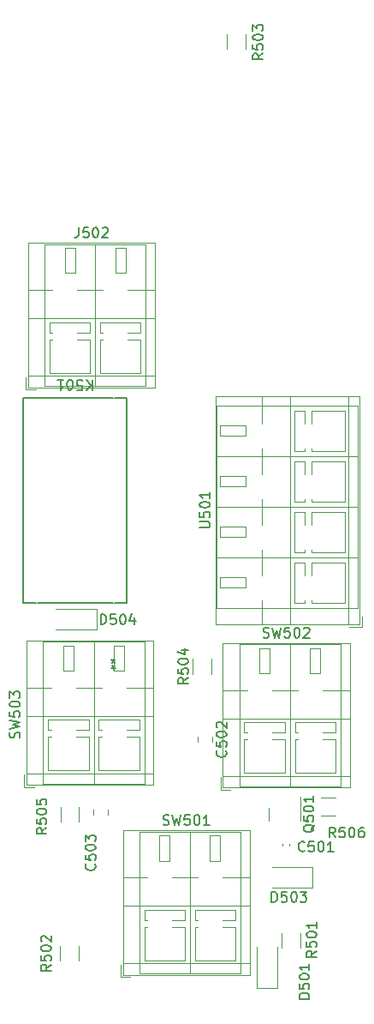
<source format=gbr>
%TF.GenerationSoftware,KiCad,Pcbnew,7.0.8*%
%TF.CreationDate,2023-11-15T13:51:47+01:00*%
%TF.ProjectId,module-rev1,6d6f6475-6c65-42d7-9265-76312e6b6963,rev?*%
%TF.SameCoordinates,Original*%
%TF.FileFunction,Legend,Top*%
%TF.FilePolarity,Positive*%
%FSLAX46Y46*%
G04 Gerber Fmt 4.6, Leading zero omitted, Abs format (unit mm)*
G04 Created by KiCad (PCBNEW 7.0.8) date 2023-11-15 13:51:47*
%MOMM*%
%LPD*%
G01*
G04 APERTURE LIST*
%ADD10C,0.150000*%
%ADD11C,0.120000*%
%ADD12C,0.152400*%
G04 APERTURE END LIST*
D10*
X104834967Y-532957842D02*
X104834967Y-533672127D01*
X104834967Y-533672127D02*
X104787348Y-533814984D01*
X104787348Y-533814984D02*
X104692110Y-533910223D01*
X104692110Y-533910223D02*
X104549253Y-533957842D01*
X104549253Y-533957842D02*
X104454015Y-533957842D01*
X105787348Y-532957842D02*
X105311158Y-532957842D01*
X105311158Y-532957842D02*
X105263539Y-533434032D01*
X105263539Y-533434032D02*
X105311158Y-533386413D01*
X105311158Y-533386413D02*
X105406396Y-533338794D01*
X105406396Y-533338794D02*
X105644491Y-533338794D01*
X105644491Y-533338794D02*
X105739729Y-533386413D01*
X105739729Y-533386413D02*
X105787348Y-533434032D01*
X105787348Y-533434032D02*
X105834967Y-533529270D01*
X105834967Y-533529270D02*
X105834967Y-533767365D01*
X105834967Y-533767365D02*
X105787348Y-533862603D01*
X105787348Y-533862603D02*
X105739729Y-533910223D01*
X105739729Y-533910223D02*
X105644491Y-533957842D01*
X105644491Y-533957842D02*
X105406396Y-533957842D01*
X105406396Y-533957842D02*
X105311158Y-533910223D01*
X105311158Y-533910223D02*
X105263539Y-533862603D01*
X106454015Y-532957842D02*
X106549253Y-532957842D01*
X106549253Y-532957842D02*
X106644491Y-533005461D01*
X106644491Y-533005461D02*
X106692110Y-533053080D01*
X106692110Y-533053080D02*
X106739729Y-533148318D01*
X106739729Y-533148318D02*
X106787348Y-533338794D01*
X106787348Y-533338794D02*
X106787348Y-533576889D01*
X106787348Y-533576889D02*
X106739729Y-533767365D01*
X106739729Y-533767365D02*
X106692110Y-533862603D01*
X106692110Y-533862603D02*
X106644491Y-533910223D01*
X106644491Y-533910223D02*
X106549253Y-533957842D01*
X106549253Y-533957842D02*
X106454015Y-533957842D01*
X106454015Y-533957842D02*
X106358777Y-533910223D01*
X106358777Y-533910223D02*
X106311158Y-533862603D01*
X106311158Y-533862603D02*
X106263539Y-533767365D01*
X106263539Y-533767365D02*
X106215920Y-533576889D01*
X106215920Y-533576889D02*
X106215920Y-533338794D01*
X106215920Y-533338794D02*
X106263539Y-533148318D01*
X106263539Y-533148318D02*
X106311158Y-533053080D01*
X106311158Y-533053080D02*
X106358777Y-533005461D01*
X106358777Y-533005461D02*
X106454015Y-532957842D01*
X107168301Y-533053080D02*
X107215920Y-533005461D01*
X107215920Y-533005461D02*
X107311158Y-532957842D01*
X107311158Y-532957842D02*
X107549253Y-532957842D01*
X107549253Y-532957842D02*
X107644491Y-533005461D01*
X107644491Y-533005461D02*
X107692110Y-533053080D01*
X107692110Y-533053080D02*
X107739729Y-533148318D01*
X107739729Y-533148318D02*
X107739729Y-533243556D01*
X107739729Y-533243556D02*
X107692110Y-533386413D01*
X107692110Y-533386413D02*
X107120682Y-533957842D01*
X107120682Y-533957842D02*
X107739729Y-533957842D01*
X128355501Y-604393736D02*
X127879310Y-604727069D01*
X128355501Y-604965164D02*
X127355501Y-604965164D01*
X127355501Y-604965164D02*
X127355501Y-604584212D01*
X127355501Y-604584212D02*
X127403120Y-604488974D01*
X127403120Y-604488974D02*
X127450739Y-604441355D01*
X127450739Y-604441355D02*
X127545977Y-604393736D01*
X127545977Y-604393736D02*
X127688834Y-604393736D01*
X127688834Y-604393736D02*
X127784072Y-604441355D01*
X127784072Y-604441355D02*
X127831691Y-604488974D01*
X127831691Y-604488974D02*
X127879310Y-604584212D01*
X127879310Y-604584212D02*
X127879310Y-604965164D01*
X127355501Y-603488974D02*
X127355501Y-603965164D01*
X127355501Y-603965164D02*
X127831691Y-604012783D01*
X127831691Y-604012783D02*
X127784072Y-603965164D01*
X127784072Y-603965164D02*
X127736453Y-603869926D01*
X127736453Y-603869926D02*
X127736453Y-603631831D01*
X127736453Y-603631831D02*
X127784072Y-603536593D01*
X127784072Y-603536593D02*
X127831691Y-603488974D01*
X127831691Y-603488974D02*
X127926929Y-603441355D01*
X127926929Y-603441355D02*
X128165024Y-603441355D01*
X128165024Y-603441355D02*
X128260262Y-603488974D01*
X128260262Y-603488974D02*
X128307882Y-603536593D01*
X128307882Y-603536593D02*
X128355501Y-603631831D01*
X128355501Y-603631831D02*
X128355501Y-603869926D01*
X128355501Y-603869926D02*
X128307882Y-603965164D01*
X128307882Y-603965164D02*
X128260262Y-604012783D01*
X127355501Y-602822307D02*
X127355501Y-602727069D01*
X127355501Y-602727069D02*
X127403120Y-602631831D01*
X127403120Y-602631831D02*
X127450739Y-602584212D01*
X127450739Y-602584212D02*
X127545977Y-602536593D01*
X127545977Y-602536593D02*
X127736453Y-602488974D01*
X127736453Y-602488974D02*
X127974548Y-602488974D01*
X127974548Y-602488974D02*
X128165024Y-602536593D01*
X128165024Y-602536593D02*
X128260262Y-602584212D01*
X128260262Y-602584212D02*
X128307882Y-602631831D01*
X128307882Y-602631831D02*
X128355501Y-602727069D01*
X128355501Y-602727069D02*
X128355501Y-602822307D01*
X128355501Y-602822307D02*
X128307882Y-602917545D01*
X128307882Y-602917545D02*
X128260262Y-602965164D01*
X128260262Y-602965164D02*
X128165024Y-603012783D01*
X128165024Y-603012783D02*
X127974548Y-603060402D01*
X127974548Y-603060402D02*
X127736453Y-603060402D01*
X127736453Y-603060402D02*
X127545977Y-603012783D01*
X127545977Y-603012783D02*
X127450739Y-602965164D01*
X127450739Y-602965164D02*
X127403120Y-602917545D01*
X127403120Y-602917545D02*
X127355501Y-602822307D01*
X128355501Y-601536593D02*
X128355501Y-602108021D01*
X128355501Y-601822307D02*
X127355501Y-601822307D01*
X127355501Y-601822307D02*
X127498358Y-601917545D01*
X127498358Y-601917545D02*
X127593596Y-602012783D01*
X127593596Y-602012783D02*
X127641215Y-602108021D01*
X116805501Y-562587308D02*
X117615024Y-562587308D01*
X117615024Y-562587308D02*
X117710262Y-562539689D01*
X117710262Y-562539689D02*
X117757882Y-562492070D01*
X117757882Y-562492070D02*
X117805501Y-562396832D01*
X117805501Y-562396832D02*
X117805501Y-562206356D01*
X117805501Y-562206356D02*
X117757882Y-562111118D01*
X117757882Y-562111118D02*
X117710262Y-562063499D01*
X117710262Y-562063499D02*
X117615024Y-562015880D01*
X117615024Y-562015880D02*
X116805501Y-562015880D01*
X116805501Y-561063499D02*
X116805501Y-561539689D01*
X116805501Y-561539689D02*
X117281691Y-561587308D01*
X117281691Y-561587308D02*
X117234072Y-561539689D01*
X117234072Y-561539689D02*
X117186453Y-561444451D01*
X117186453Y-561444451D02*
X117186453Y-561206356D01*
X117186453Y-561206356D02*
X117234072Y-561111118D01*
X117234072Y-561111118D02*
X117281691Y-561063499D01*
X117281691Y-561063499D02*
X117376929Y-561015880D01*
X117376929Y-561015880D02*
X117615024Y-561015880D01*
X117615024Y-561015880D02*
X117710262Y-561063499D01*
X117710262Y-561063499D02*
X117757882Y-561111118D01*
X117757882Y-561111118D02*
X117805501Y-561206356D01*
X117805501Y-561206356D02*
X117805501Y-561444451D01*
X117805501Y-561444451D02*
X117757882Y-561539689D01*
X117757882Y-561539689D02*
X117710262Y-561587308D01*
X116805501Y-560396832D02*
X116805501Y-560301594D01*
X116805501Y-560301594D02*
X116853120Y-560206356D01*
X116853120Y-560206356D02*
X116900739Y-560158737D01*
X116900739Y-560158737D02*
X116995977Y-560111118D01*
X116995977Y-560111118D02*
X117186453Y-560063499D01*
X117186453Y-560063499D02*
X117424548Y-560063499D01*
X117424548Y-560063499D02*
X117615024Y-560111118D01*
X117615024Y-560111118D02*
X117710262Y-560158737D01*
X117710262Y-560158737D02*
X117757882Y-560206356D01*
X117757882Y-560206356D02*
X117805501Y-560301594D01*
X117805501Y-560301594D02*
X117805501Y-560396832D01*
X117805501Y-560396832D02*
X117757882Y-560492070D01*
X117757882Y-560492070D02*
X117710262Y-560539689D01*
X117710262Y-560539689D02*
X117615024Y-560587308D01*
X117615024Y-560587308D02*
X117424548Y-560634927D01*
X117424548Y-560634927D02*
X117186453Y-560634927D01*
X117186453Y-560634927D02*
X116995977Y-560587308D01*
X116995977Y-560587308D02*
X116900739Y-560539689D01*
X116900739Y-560539689D02*
X116853120Y-560492070D01*
X116853120Y-560492070D02*
X116805501Y-560396832D01*
X117805501Y-559111118D02*
X117805501Y-559682546D01*
X117805501Y-559396832D02*
X116805501Y-559396832D01*
X116805501Y-559396832D02*
X116948358Y-559492070D01*
X116948358Y-559492070D02*
X117043596Y-559587308D01*
X117043596Y-559587308D02*
X117091215Y-559682546D01*
X115655501Y-577417070D02*
X115179310Y-577750403D01*
X115655501Y-577988498D02*
X114655501Y-577988498D01*
X114655501Y-577988498D02*
X114655501Y-577607546D01*
X114655501Y-577607546D02*
X114703120Y-577512308D01*
X114703120Y-577512308D02*
X114750739Y-577464689D01*
X114750739Y-577464689D02*
X114845977Y-577417070D01*
X114845977Y-577417070D02*
X114988834Y-577417070D01*
X114988834Y-577417070D02*
X115084072Y-577464689D01*
X115084072Y-577464689D02*
X115131691Y-577512308D01*
X115131691Y-577512308D02*
X115179310Y-577607546D01*
X115179310Y-577607546D02*
X115179310Y-577988498D01*
X114655501Y-576512308D02*
X114655501Y-576988498D01*
X114655501Y-576988498D02*
X115131691Y-577036117D01*
X115131691Y-577036117D02*
X115084072Y-576988498D01*
X115084072Y-576988498D02*
X115036453Y-576893260D01*
X115036453Y-576893260D02*
X115036453Y-576655165D01*
X115036453Y-576655165D02*
X115084072Y-576559927D01*
X115084072Y-576559927D02*
X115131691Y-576512308D01*
X115131691Y-576512308D02*
X115226929Y-576464689D01*
X115226929Y-576464689D02*
X115465024Y-576464689D01*
X115465024Y-576464689D02*
X115560262Y-576512308D01*
X115560262Y-576512308D02*
X115607882Y-576559927D01*
X115607882Y-576559927D02*
X115655501Y-576655165D01*
X115655501Y-576655165D02*
X115655501Y-576893260D01*
X115655501Y-576893260D02*
X115607882Y-576988498D01*
X115607882Y-576988498D02*
X115560262Y-577036117D01*
X114655501Y-575845641D02*
X114655501Y-575750403D01*
X114655501Y-575750403D02*
X114703120Y-575655165D01*
X114703120Y-575655165D02*
X114750739Y-575607546D01*
X114750739Y-575607546D02*
X114845977Y-575559927D01*
X114845977Y-575559927D02*
X115036453Y-575512308D01*
X115036453Y-575512308D02*
X115274548Y-575512308D01*
X115274548Y-575512308D02*
X115465024Y-575559927D01*
X115465024Y-575559927D02*
X115560262Y-575607546D01*
X115560262Y-575607546D02*
X115607882Y-575655165D01*
X115607882Y-575655165D02*
X115655501Y-575750403D01*
X115655501Y-575750403D02*
X115655501Y-575845641D01*
X115655501Y-575845641D02*
X115607882Y-575940879D01*
X115607882Y-575940879D02*
X115560262Y-575988498D01*
X115560262Y-575988498D02*
X115465024Y-576036117D01*
X115465024Y-576036117D02*
X115274548Y-576083736D01*
X115274548Y-576083736D02*
X115036453Y-576083736D01*
X115036453Y-576083736D02*
X114845977Y-576036117D01*
X114845977Y-576036117D02*
X114750739Y-575988498D01*
X114750739Y-575988498D02*
X114703120Y-575940879D01*
X114703120Y-575940879D02*
X114655501Y-575845641D01*
X114988834Y-574655165D02*
X115655501Y-574655165D01*
X114607882Y-574893260D02*
X115322167Y-575131355D01*
X115322167Y-575131355D02*
X115322167Y-574512308D01*
X123084968Y-573410223D02*
X123227825Y-573457842D01*
X123227825Y-573457842D02*
X123465920Y-573457842D01*
X123465920Y-573457842D02*
X123561158Y-573410223D01*
X123561158Y-573410223D02*
X123608777Y-573362603D01*
X123608777Y-573362603D02*
X123656396Y-573267365D01*
X123656396Y-573267365D02*
X123656396Y-573172127D01*
X123656396Y-573172127D02*
X123608777Y-573076889D01*
X123608777Y-573076889D02*
X123561158Y-573029270D01*
X123561158Y-573029270D02*
X123465920Y-572981651D01*
X123465920Y-572981651D02*
X123275444Y-572934032D01*
X123275444Y-572934032D02*
X123180206Y-572886413D01*
X123180206Y-572886413D02*
X123132587Y-572838794D01*
X123132587Y-572838794D02*
X123084968Y-572743556D01*
X123084968Y-572743556D02*
X123084968Y-572648318D01*
X123084968Y-572648318D02*
X123132587Y-572553080D01*
X123132587Y-572553080D02*
X123180206Y-572505461D01*
X123180206Y-572505461D02*
X123275444Y-572457842D01*
X123275444Y-572457842D02*
X123513539Y-572457842D01*
X123513539Y-572457842D02*
X123656396Y-572505461D01*
X123989730Y-572457842D02*
X124227825Y-573457842D01*
X124227825Y-573457842D02*
X124418301Y-572743556D01*
X124418301Y-572743556D02*
X124608777Y-573457842D01*
X124608777Y-573457842D02*
X124846873Y-572457842D01*
X125704015Y-572457842D02*
X125227825Y-572457842D01*
X125227825Y-572457842D02*
X125180206Y-572934032D01*
X125180206Y-572934032D02*
X125227825Y-572886413D01*
X125227825Y-572886413D02*
X125323063Y-572838794D01*
X125323063Y-572838794D02*
X125561158Y-572838794D01*
X125561158Y-572838794D02*
X125656396Y-572886413D01*
X125656396Y-572886413D02*
X125704015Y-572934032D01*
X125704015Y-572934032D02*
X125751634Y-573029270D01*
X125751634Y-573029270D02*
X125751634Y-573267365D01*
X125751634Y-573267365D02*
X125704015Y-573362603D01*
X125704015Y-573362603D02*
X125656396Y-573410223D01*
X125656396Y-573410223D02*
X125561158Y-573457842D01*
X125561158Y-573457842D02*
X125323063Y-573457842D01*
X125323063Y-573457842D02*
X125227825Y-573410223D01*
X125227825Y-573410223D02*
X125180206Y-573362603D01*
X126370682Y-572457842D02*
X126465920Y-572457842D01*
X126465920Y-572457842D02*
X126561158Y-572505461D01*
X126561158Y-572505461D02*
X126608777Y-572553080D01*
X126608777Y-572553080D02*
X126656396Y-572648318D01*
X126656396Y-572648318D02*
X126704015Y-572838794D01*
X126704015Y-572838794D02*
X126704015Y-573076889D01*
X126704015Y-573076889D02*
X126656396Y-573267365D01*
X126656396Y-573267365D02*
X126608777Y-573362603D01*
X126608777Y-573362603D02*
X126561158Y-573410223D01*
X126561158Y-573410223D02*
X126465920Y-573457842D01*
X126465920Y-573457842D02*
X126370682Y-573457842D01*
X126370682Y-573457842D02*
X126275444Y-573410223D01*
X126275444Y-573410223D02*
X126227825Y-573362603D01*
X126227825Y-573362603D02*
X126180206Y-573267365D01*
X126180206Y-573267365D02*
X126132587Y-573076889D01*
X126132587Y-573076889D02*
X126132587Y-572838794D01*
X126132587Y-572838794D02*
X126180206Y-572648318D01*
X126180206Y-572648318D02*
X126227825Y-572553080D01*
X126227825Y-572553080D02*
X126275444Y-572505461D01*
X126275444Y-572505461D02*
X126370682Y-572457842D01*
X127084968Y-572553080D02*
X127132587Y-572505461D01*
X127132587Y-572505461D02*
X127227825Y-572457842D01*
X127227825Y-572457842D02*
X127465920Y-572457842D01*
X127465920Y-572457842D02*
X127561158Y-572505461D01*
X127561158Y-572505461D02*
X127608777Y-572553080D01*
X127608777Y-572553080D02*
X127656396Y-572648318D01*
X127656396Y-572648318D02*
X127656396Y-572743556D01*
X127656396Y-572743556D02*
X127608777Y-572886413D01*
X127608777Y-572886413D02*
X127037349Y-573457842D01*
X127037349Y-573457842D02*
X127656396Y-573457842D01*
X130231634Y-593179508D02*
X129898301Y-592703317D01*
X129660206Y-593179508D02*
X129660206Y-592179508D01*
X129660206Y-592179508D02*
X130041158Y-592179508D01*
X130041158Y-592179508D02*
X130136396Y-592227127D01*
X130136396Y-592227127D02*
X130184015Y-592274746D01*
X130184015Y-592274746D02*
X130231634Y-592369984D01*
X130231634Y-592369984D02*
X130231634Y-592512841D01*
X130231634Y-592512841D02*
X130184015Y-592608079D01*
X130184015Y-592608079D02*
X130136396Y-592655698D01*
X130136396Y-592655698D02*
X130041158Y-592703317D01*
X130041158Y-592703317D02*
X129660206Y-592703317D01*
X131136396Y-592179508D02*
X130660206Y-592179508D01*
X130660206Y-592179508D02*
X130612587Y-592655698D01*
X130612587Y-592655698D02*
X130660206Y-592608079D01*
X130660206Y-592608079D02*
X130755444Y-592560460D01*
X130755444Y-592560460D02*
X130993539Y-592560460D01*
X130993539Y-592560460D02*
X131088777Y-592608079D01*
X131088777Y-592608079D02*
X131136396Y-592655698D01*
X131136396Y-592655698D02*
X131184015Y-592750936D01*
X131184015Y-592750936D02*
X131184015Y-592989031D01*
X131184015Y-592989031D02*
X131136396Y-593084269D01*
X131136396Y-593084269D02*
X131088777Y-593131889D01*
X131088777Y-593131889D02*
X130993539Y-593179508D01*
X130993539Y-593179508D02*
X130755444Y-593179508D01*
X130755444Y-593179508D02*
X130660206Y-593131889D01*
X130660206Y-593131889D02*
X130612587Y-593084269D01*
X131803063Y-592179508D02*
X131898301Y-592179508D01*
X131898301Y-592179508D02*
X131993539Y-592227127D01*
X131993539Y-592227127D02*
X132041158Y-592274746D01*
X132041158Y-592274746D02*
X132088777Y-592369984D01*
X132088777Y-592369984D02*
X132136396Y-592560460D01*
X132136396Y-592560460D02*
X132136396Y-592798555D01*
X132136396Y-592798555D02*
X132088777Y-592989031D01*
X132088777Y-592989031D02*
X132041158Y-593084269D01*
X132041158Y-593084269D02*
X131993539Y-593131889D01*
X131993539Y-593131889D02*
X131898301Y-593179508D01*
X131898301Y-593179508D02*
X131803063Y-593179508D01*
X131803063Y-593179508D02*
X131707825Y-593131889D01*
X131707825Y-593131889D02*
X131660206Y-593084269D01*
X131660206Y-593084269D02*
X131612587Y-592989031D01*
X131612587Y-592989031D02*
X131564968Y-592798555D01*
X131564968Y-592798555D02*
X131564968Y-592560460D01*
X131564968Y-592560460D02*
X131612587Y-592369984D01*
X131612587Y-592369984D02*
X131660206Y-592274746D01*
X131660206Y-592274746D02*
X131707825Y-592227127D01*
X131707825Y-592227127D02*
X131803063Y-592179508D01*
X132993539Y-592179508D02*
X132803063Y-592179508D01*
X132803063Y-592179508D02*
X132707825Y-592227127D01*
X132707825Y-592227127D02*
X132660206Y-592274746D01*
X132660206Y-592274746D02*
X132564968Y-592417603D01*
X132564968Y-592417603D02*
X132517349Y-592608079D01*
X132517349Y-592608079D02*
X132517349Y-592989031D01*
X132517349Y-592989031D02*
X132564968Y-593084269D01*
X132564968Y-593084269D02*
X132612587Y-593131889D01*
X132612587Y-593131889D02*
X132707825Y-593179508D01*
X132707825Y-593179508D02*
X132898301Y-593179508D01*
X132898301Y-593179508D02*
X132993539Y-593131889D01*
X132993539Y-593131889D02*
X133041158Y-593084269D01*
X133041158Y-593084269D02*
X133088777Y-592989031D01*
X133088777Y-592989031D02*
X133088777Y-592750936D01*
X133088777Y-592750936D02*
X133041158Y-592655698D01*
X133041158Y-592655698D02*
X132993539Y-592608079D01*
X132993539Y-592608079D02*
X132898301Y-592560460D01*
X132898301Y-592560460D02*
X132707825Y-592560460D01*
X132707825Y-592560460D02*
X132612587Y-592608079D01*
X132612587Y-592608079D02*
X132564968Y-592655698D01*
X132564968Y-592655698D02*
X132517349Y-592750936D01*
X98957882Y-583360402D02*
X99005501Y-583217545D01*
X99005501Y-583217545D02*
X99005501Y-582979450D01*
X99005501Y-582979450D02*
X98957882Y-582884212D01*
X98957882Y-582884212D02*
X98910262Y-582836593D01*
X98910262Y-582836593D02*
X98815024Y-582788974D01*
X98815024Y-582788974D02*
X98719786Y-582788974D01*
X98719786Y-582788974D02*
X98624548Y-582836593D01*
X98624548Y-582836593D02*
X98576929Y-582884212D01*
X98576929Y-582884212D02*
X98529310Y-582979450D01*
X98529310Y-582979450D02*
X98481691Y-583169926D01*
X98481691Y-583169926D02*
X98434072Y-583265164D01*
X98434072Y-583265164D02*
X98386453Y-583312783D01*
X98386453Y-583312783D02*
X98291215Y-583360402D01*
X98291215Y-583360402D02*
X98195977Y-583360402D01*
X98195977Y-583360402D02*
X98100739Y-583312783D01*
X98100739Y-583312783D02*
X98053120Y-583265164D01*
X98053120Y-583265164D02*
X98005501Y-583169926D01*
X98005501Y-583169926D02*
X98005501Y-582931831D01*
X98005501Y-582931831D02*
X98053120Y-582788974D01*
X98005501Y-582455640D02*
X99005501Y-582217545D01*
X99005501Y-582217545D02*
X98291215Y-582027069D01*
X98291215Y-582027069D02*
X99005501Y-581836593D01*
X99005501Y-581836593D02*
X98005501Y-581598498D01*
X98005501Y-580741355D02*
X98005501Y-581217545D01*
X98005501Y-581217545D02*
X98481691Y-581265164D01*
X98481691Y-581265164D02*
X98434072Y-581217545D01*
X98434072Y-581217545D02*
X98386453Y-581122307D01*
X98386453Y-581122307D02*
X98386453Y-580884212D01*
X98386453Y-580884212D02*
X98434072Y-580788974D01*
X98434072Y-580788974D02*
X98481691Y-580741355D01*
X98481691Y-580741355D02*
X98576929Y-580693736D01*
X98576929Y-580693736D02*
X98815024Y-580693736D01*
X98815024Y-580693736D02*
X98910262Y-580741355D01*
X98910262Y-580741355D02*
X98957882Y-580788974D01*
X98957882Y-580788974D02*
X99005501Y-580884212D01*
X99005501Y-580884212D02*
X99005501Y-581122307D01*
X99005501Y-581122307D02*
X98957882Y-581217545D01*
X98957882Y-581217545D02*
X98910262Y-581265164D01*
X98005501Y-580074688D02*
X98005501Y-579979450D01*
X98005501Y-579979450D02*
X98053120Y-579884212D01*
X98053120Y-579884212D02*
X98100739Y-579836593D01*
X98100739Y-579836593D02*
X98195977Y-579788974D01*
X98195977Y-579788974D02*
X98386453Y-579741355D01*
X98386453Y-579741355D02*
X98624548Y-579741355D01*
X98624548Y-579741355D02*
X98815024Y-579788974D01*
X98815024Y-579788974D02*
X98910262Y-579836593D01*
X98910262Y-579836593D02*
X98957882Y-579884212D01*
X98957882Y-579884212D02*
X99005501Y-579979450D01*
X99005501Y-579979450D02*
X99005501Y-580074688D01*
X99005501Y-580074688D02*
X98957882Y-580169926D01*
X98957882Y-580169926D02*
X98910262Y-580217545D01*
X98910262Y-580217545D02*
X98815024Y-580265164D01*
X98815024Y-580265164D02*
X98624548Y-580312783D01*
X98624548Y-580312783D02*
X98386453Y-580312783D01*
X98386453Y-580312783D02*
X98195977Y-580265164D01*
X98195977Y-580265164D02*
X98100739Y-580217545D01*
X98100739Y-580217545D02*
X98053120Y-580169926D01*
X98053120Y-580169926D02*
X98005501Y-580074688D01*
X98005501Y-579408021D02*
X98005501Y-578788974D01*
X98005501Y-578788974D02*
X98386453Y-579122307D01*
X98386453Y-579122307D02*
X98386453Y-578979450D01*
X98386453Y-578979450D02*
X98434072Y-578884212D01*
X98434072Y-578884212D02*
X98481691Y-578836593D01*
X98481691Y-578836593D02*
X98576929Y-578788974D01*
X98576929Y-578788974D02*
X98815024Y-578788974D01*
X98815024Y-578788974D02*
X98910262Y-578836593D01*
X98910262Y-578836593D02*
X98957882Y-578884212D01*
X98957882Y-578884212D02*
X99005501Y-578979450D01*
X99005501Y-578979450D02*
X99005501Y-579265164D01*
X99005501Y-579265164D02*
X98957882Y-579360402D01*
X98957882Y-579360402D02*
X98910262Y-579408021D01*
X102105501Y-605743736D02*
X101629310Y-606077069D01*
X102105501Y-606315164D02*
X101105501Y-606315164D01*
X101105501Y-606315164D02*
X101105501Y-605934212D01*
X101105501Y-605934212D02*
X101153120Y-605838974D01*
X101153120Y-605838974D02*
X101200739Y-605791355D01*
X101200739Y-605791355D02*
X101295977Y-605743736D01*
X101295977Y-605743736D02*
X101438834Y-605743736D01*
X101438834Y-605743736D02*
X101534072Y-605791355D01*
X101534072Y-605791355D02*
X101581691Y-605838974D01*
X101581691Y-605838974D02*
X101629310Y-605934212D01*
X101629310Y-605934212D02*
X101629310Y-606315164D01*
X101105501Y-604838974D02*
X101105501Y-605315164D01*
X101105501Y-605315164D02*
X101581691Y-605362783D01*
X101581691Y-605362783D02*
X101534072Y-605315164D01*
X101534072Y-605315164D02*
X101486453Y-605219926D01*
X101486453Y-605219926D02*
X101486453Y-604981831D01*
X101486453Y-604981831D02*
X101534072Y-604886593D01*
X101534072Y-604886593D02*
X101581691Y-604838974D01*
X101581691Y-604838974D02*
X101676929Y-604791355D01*
X101676929Y-604791355D02*
X101915024Y-604791355D01*
X101915024Y-604791355D02*
X102010262Y-604838974D01*
X102010262Y-604838974D02*
X102057882Y-604886593D01*
X102057882Y-604886593D02*
X102105501Y-604981831D01*
X102105501Y-604981831D02*
X102105501Y-605219926D01*
X102105501Y-605219926D02*
X102057882Y-605315164D01*
X102057882Y-605315164D02*
X102010262Y-605362783D01*
X101105501Y-604172307D02*
X101105501Y-604077069D01*
X101105501Y-604077069D02*
X101153120Y-603981831D01*
X101153120Y-603981831D02*
X101200739Y-603934212D01*
X101200739Y-603934212D02*
X101295977Y-603886593D01*
X101295977Y-603886593D02*
X101486453Y-603838974D01*
X101486453Y-603838974D02*
X101724548Y-603838974D01*
X101724548Y-603838974D02*
X101915024Y-603886593D01*
X101915024Y-603886593D02*
X102010262Y-603934212D01*
X102010262Y-603934212D02*
X102057882Y-603981831D01*
X102057882Y-603981831D02*
X102105501Y-604077069D01*
X102105501Y-604077069D02*
X102105501Y-604172307D01*
X102105501Y-604172307D02*
X102057882Y-604267545D01*
X102057882Y-604267545D02*
X102010262Y-604315164D01*
X102010262Y-604315164D02*
X101915024Y-604362783D01*
X101915024Y-604362783D02*
X101724548Y-604410402D01*
X101724548Y-604410402D02*
X101486453Y-604410402D01*
X101486453Y-604410402D02*
X101295977Y-604362783D01*
X101295977Y-604362783D02*
X101200739Y-604315164D01*
X101200739Y-604315164D02*
X101153120Y-604267545D01*
X101153120Y-604267545D02*
X101105501Y-604172307D01*
X101200739Y-603458021D02*
X101153120Y-603410402D01*
X101153120Y-603410402D02*
X101105501Y-603315164D01*
X101105501Y-603315164D02*
X101105501Y-603077069D01*
X101105501Y-603077069D02*
X101153120Y-602981831D01*
X101153120Y-602981831D02*
X101200739Y-602934212D01*
X101200739Y-602934212D02*
X101295977Y-602886593D01*
X101295977Y-602886593D02*
X101391215Y-602886593D01*
X101391215Y-602886593D02*
X101534072Y-602934212D01*
X101534072Y-602934212D02*
X102105501Y-603505640D01*
X102105501Y-603505640D02*
X102105501Y-602886593D01*
X106410262Y-595793736D02*
X106457882Y-595841355D01*
X106457882Y-595841355D02*
X106505501Y-595984212D01*
X106505501Y-595984212D02*
X106505501Y-596079450D01*
X106505501Y-596079450D02*
X106457882Y-596222307D01*
X106457882Y-596222307D02*
X106362643Y-596317545D01*
X106362643Y-596317545D02*
X106267405Y-596365164D01*
X106267405Y-596365164D02*
X106076929Y-596412783D01*
X106076929Y-596412783D02*
X105934072Y-596412783D01*
X105934072Y-596412783D02*
X105743596Y-596365164D01*
X105743596Y-596365164D02*
X105648358Y-596317545D01*
X105648358Y-596317545D02*
X105553120Y-596222307D01*
X105553120Y-596222307D02*
X105505501Y-596079450D01*
X105505501Y-596079450D02*
X105505501Y-595984212D01*
X105505501Y-595984212D02*
X105553120Y-595841355D01*
X105553120Y-595841355D02*
X105600739Y-595793736D01*
X105505501Y-594888974D02*
X105505501Y-595365164D01*
X105505501Y-595365164D02*
X105981691Y-595412783D01*
X105981691Y-595412783D02*
X105934072Y-595365164D01*
X105934072Y-595365164D02*
X105886453Y-595269926D01*
X105886453Y-595269926D02*
X105886453Y-595031831D01*
X105886453Y-595031831D02*
X105934072Y-594936593D01*
X105934072Y-594936593D02*
X105981691Y-594888974D01*
X105981691Y-594888974D02*
X106076929Y-594841355D01*
X106076929Y-594841355D02*
X106315024Y-594841355D01*
X106315024Y-594841355D02*
X106410262Y-594888974D01*
X106410262Y-594888974D02*
X106457882Y-594936593D01*
X106457882Y-594936593D02*
X106505501Y-595031831D01*
X106505501Y-595031831D02*
X106505501Y-595269926D01*
X106505501Y-595269926D02*
X106457882Y-595365164D01*
X106457882Y-595365164D02*
X106410262Y-595412783D01*
X105505501Y-594222307D02*
X105505501Y-594127069D01*
X105505501Y-594127069D02*
X105553120Y-594031831D01*
X105553120Y-594031831D02*
X105600739Y-593984212D01*
X105600739Y-593984212D02*
X105695977Y-593936593D01*
X105695977Y-593936593D02*
X105886453Y-593888974D01*
X105886453Y-593888974D02*
X106124548Y-593888974D01*
X106124548Y-593888974D02*
X106315024Y-593936593D01*
X106315024Y-593936593D02*
X106410262Y-593984212D01*
X106410262Y-593984212D02*
X106457882Y-594031831D01*
X106457882Y-594031831D02*
X106505501Y-594127069D01*
X106505501Y-594127069D02*
X106505501Y-594222307D01*
X106505501Y-594222307D02*
X106457882Y-594317545D01*
X106457882Y-594317545D02*
X106410262Y-594365164D01*
X106410262Y-594365164D02*
X106315024Y-594412783D01*
X106315024Y-594412783D02*
X106124548Y-594460402D01*
X106124548Y-594460402D02*
X105886453Y-594460402D01*
X105886453Y-594460402D02*
X105695977Y-594412783D01*
X105695977Y-594412783D02*
X105600739Y-594365164D01*
X105600739Y-594365164D02*
X105553120Y-594317545D01*
X105553120Y-594317545D02*
X105505501Y-594222307D01*
X105505501Y-593555640D02*
X105505501Y-592936593D01*
X105505501Y-592936593D02*
X105886453Y-593269926D01*
X105886453Y-593269926D02*
X105886453Y-593127069D01*
X105886453Y-593127069D02*
X105934072Y-593031831D01*
X105934072Y-593031831D02*
X105981691Y-592984212D01*
X105981691Y-592984212D02*
X106076929Y-592936593D01*
X106076929Y-592936593D02*
X106315024Y-592936593D01*
X106315024Y-592936593D02*
X106410262Y-592984212D01*
X106410262Y-592984212D02*
X106457882Y-593031831D01*
X106457882Y-593031831D02*
X106505501Y-593127069D01*
X106505501Y-593127069D02*
X106505501Y-593412783D01*
X106505501Y-593412783D02*
X106457882Y-593508021D01*
X106457882Y-593508021D02*
X106410262Y-593555640D01*
X107010206Y-572129508D02*
X107010206Y-571129508D01*
X107010206Y-571129508D02*
X107248301Y-571129508D01*
X107248301Y-571129508D02*
X107391158Y-571177127D01*
X107391158Y-571177127D02*
X107486396Y-571272365D01*
X107486396Y-571272365D02*
X107534015Y-571367603D01*
X107534015Y-571367603D02*
X107581634Y-571558079D01*
X107581634Y-571558079D02*
X107581634Y-571700936D01*
X107581634Y-571700936D02*
X107534015Y-571891412D01*
X107534015Y-571891412D02*
X107486396Y-571986650D01*
X107486396Y-571986650D02*
X107391158Y-572081889D01*
X107391158Y-572081889D02*
X107248301Y-572129508D01*
X107248301Y-572129508D02*
X107010206Y-572129508D01*
X108486396Y-571129508D02*
X108010206Y-571129508D01*
X108010206Y-571129508D02*
X107962587Y-571605698D01*
X107962587Y-571605698D02*
X108010206Y-571558079D01*
X108010206Y-571558079D02*
X108105444Y-571510460D01*
X108105444Y-571510460D02*
X108343539Y-571510460D01*
X108343539Y-571510460D02*
X108438777Y-571558079D01*
X108438777Y-571558079D02*
X108486396Y-571605698D01*
X108486396Y-571605698D02*
X108534015Y-571700936D01*
X108534015Y-571700936D02*
X108534015Y-571939031D01*
X108534015Y-571939031D02*
X108486396Y-572034269D01*
X108486396Y-572034269D02*
X108438777Y-572081889D01*
X108438777Y-572081889D02*
X108343539Y-572129508D01*
X108343539Y-572129508D02*
X108105444Y-572129508D01*
X108105444Y-572129508D02*
X108010206Y-572081889D01*
X108010206Y-572081889D02*
X107962587Y-572034269D01*
X109153063Y-571129508D02*
X109248301Y-571129508D01*
X109248301Y-571129508D02*
X109343539Y-571177127D01*
X109343539Y-571177127D02*
X109391158Y-571224746D01*
X109391158Y-571224746D02*
X109438777Y-571319984D01*
X109438777Y-571319984D02*
X109486396Y-571510460D01*
X109486396Y-571510460D02*
X109486396Y-571748555D01*
X109486396Y-571748555D02*
X109438777Y-571939031D01*
X109438777Y-571939031D02*
X109391158Y-572034269D01*
X109391158Y-572034269D02*
X109343539Y-572081889D01*
X109343539Y-572081889D02*
X109248301Y-572129508D01*
X109248301Y-572129508D02*
X109153063Y-572129508D01*
X109153063Y-572129508D02*
X109057825Y-572081889D01*
X109057825Y-572081889D02*
X109010206Y-572034269D01*
X109010206Y-572034269D02*
X108962587Y-571939031D01*
X108962587Y-571939031D02*
X108914968Y-571748555D01*
X108914968Y-571748555D02*
X108914968Y-571510460D01*
X108914968Y-571510460D02*
X108962587Y-571319984D01*
X108962587Y-571319984D02*
X109010206Y-571224746D01*
X109010206Y-571224746D02*
X109057825Y-571177127D01*
X109057825Y-571177127D02*
X109153063Y-571129508D01*
X110343539Y-571462841D02*
X110343539Y-572129508D01*
X110105444Y-571081889D02*
X109867349Y-571796174D01*
X109867349Y-571796174D02*
X110486396Y-571796174D01*
X127181634Y-594484269D02*
X127134015Y-594531889D01*
X127134015Y-594531889D02*
X126991158Y-594579508D01*
X126991158Y-594579508D02*
X126895920Y-594579508D01*
X126895920Y-594579508D02*
X126753063Y-594531889D01*
X126753063Y-594531889D02*
X126657825Y-594436650D01*
X126657825Y-594436650D02*
X126610206Y-594341412D01*
X126610206Y-594341412D02*
X126562587Y-594150936D01*
X126562587Y-594150936D02*
X126562587Y-594008079D01*
X126562587Y-594008079D02*
X126610206Y-593817603D01*
X126610206Y-593817603D02*
X126657825Y-593722365D01*
X126657825Y-593722365D02*
X126753063Y-593627127D01*
X126753063Y-593627127D02*
X126895920Y-593579508D01*
X126895920Y-593579508D02*
X126991158Y-593579508D01*
X126991158Y-593579508D02*
X127134015Y-593627127D01*
X127134015Y-593627127D02*
X127181634Y-593674746D01*
X128086396Y-593579508D02*
X127610206Y-593579508D01*
X127610206Y-593579508D02*
X127562587Y-594055698D01*
X127562587Y-594055698D02*
X127610206Y-594008079D01*
X127610206Y-594008079D02*
X127705444Y-593960460D01*
X127705444Y-593960460D02*
X127943539Y-593960460D01*
X127943539Y-593960460D02*
X128038777Y-594008079D01*
X128038777Y-594008079D02*
X128086396Y-594055698D01*
X128086396Y-594055698D02*
X128134015Y-594150936D01*
X128134015Y-594150936D02*
X128134015Y-594389031D01*
X128134015Y-594389031D02*
X128086396Y-594484269D01*
X128086396Y-594484269D02*
X128038777Y-594531889D01*
X128038777Y-594531889D02*
X127943539Y-594579508D01*
X127943539Y-594579508D02*
X127705444Y-594579508D01*
X127705444Y-594579508D02*
X127610206Y-594531889D01*
X127610206Y-594531889D02*
X127562587Y-594484269D01*
X128753063Y-593579508D02*
X128848301Y-593579508D01*
X128848301Y-593579508D02*
X128943539Y-593627127D01*
X128943539Y-593627127D02*
X128991158Y-593674746D01*
X128991158Y-593674746D02*
X129038777Y-593769984D01*
X129038777Y-593769984D02*
X129086396Y-593960460D01*
X129086396Y-593960460D02*
X129086396Y-594198555D01*
X129086396Y-594198555D02*
X129038777Y-594389031D01*
X129038777Y-594389031D02*
X128991158Y-594484269D01*
X128991158Y-594484269D02*
X128943539Y-594531889D01*
X128943539Y-594531889D02*
X128848301Y-594579508D01*
X128848301Y-594579508D02*
X128753063Y-594579508D01*
X128753063Y-594579508D02*
X128657825Y-594531889D01*
X128657825Y-594531889D02*
X128610206Y-594484269D01*
X128610206Y-594484269D02*
X128562587Y-594389031D01*
X128562587Y-594389031D02*
X128514968Y-594198555D01*
X128514968Y-594198555D02*
X128514968Y-593960460D01*
X128514968Y-593960460D02*
X128562587Y-593769984D01*
X128562587Y-593769984D02*
X128610206Y-593674746D01*
X128610206Y-593674746D02*
X128657825Y-593627127D01*
X128657825Y-593627127D02*
X128753063Y-593579508D01*
X130038777Y-594579508D02*
X129467349Y-594579508D01*
X129753063Y-594579508D02*
X129753063Y-593579508D01*
X129753063Y-593579508D02*
X129657825Y-593722365D01*
X129657825Y-593722365D02*
X129562587Y-593817603D01*
X129562587Y-593817603D02*
X129467349Y-593865222D01*
X123055501Y-515793736D02*
X122579310Y-516127069D01*
X123055501Y-516365164D02*
X122055501Y-516365164D01*
X122055501Y-516365164D02*
X122055501Y-515984212D01*
X122055501Y-515984212D02*
X122103120Y-515888974D01*
X122103120Y-515888974D02*
X122150739Y-515841355D01*
X122150739Y-515841355D02*
X122245977Y-515793736D01*
X122245977Y-515793736D02*
X122388834Y-515793736D01*
X122388834Y-515793736D02*
X122484072Y-515841355D01*
X122484072Y-515841355D02*
X122531691Y-515888974D01*
X122531691Y-515888974D02*
X122579310Y-515984212D01*
X122579310Y-515984212D02*
X122579310Y-516365164D01*
X122055501Y-514888974D02*
X122055501Y-515365164D01*
X122055501Y-515365164D02*
X122531691Y-515412783D01*
X122531691Y-515412783D02*
X122484072Y-515365164D01*
X122484072Y-515365164D02*
X122436453Y-515269926D01*
X122436453Y-515269926D02*
X122436453Y-515031831D01*
X122436453Y-515031831D02*
X122484072Y-514936593D01*
X122484072Y-514936593D02*
X122531691Y-514888974D01*
X122531691Y-514888974D02*
X122626929Y-514841355D01*
X122626929Y-514841355D02*
X122865024Y-514841355D01*
X122865024Y-514841355D02*
X122960262Y-514888974D01*
X122960262Y-514888974D02*
X123007882Y-514936593D01*
X123007882Y-514936593D02*
X123055501Y-515031831D01*
X123055501Y-515031831D02*
X123055501Y-515269926D01*
X123055501Y-515269926D02*
X123007882Y-515365164D01*
X123007882Y-515365164D02*
X122960262Y-515412783D01*
X122055501Y-514222307D02*
X122055501Y-514127069D01*
X122055501Y-514127069D02*
X122103120Y-514031831D01*
X122103120Y-514031831D02*
X122150739Y-513984212D01*
X122150739Y-513984212D02*
X122245977Y-513936593D01*
X122245977Y-513936593D02*
X122436453Y-513888974D01*
X122436453Y-513888974D02*
X122674548Y-513888974D01*
X122674548Y-513888974D02*
X122865024Y-513936593D01*
X122865024Y-513936593D02*
X122960262Y-513984212D01*
X122960262Y-513984212D02*
X123007882Y-514031831D01*
X123007882Y-514031831D02*
X123055501Y-514127069D01*
X123055501Y-514127069D02*
X123055501Y-514222307D01*
X123055501Y-514222307D02*
X123007882Y-514317545D01*
X123007882Y-514317545D02*
X122960262Y-514365164D01*
X122960262Y-514365164D02*
X122865024Y-514412783D01*
X122865024Y-514412783D02*
X122674548Y-514460402D01*
X122674548Y-514460402D02*
X122436453Y-514460402D01*
X122436453Y-514460402D02*
X122245977Y-514412783D01*
X122245977Y-514412783D02*
X122150739Y-514365164D01*
X122150739Y-514365164D02*
X122103120Y-514317545D01*
X122103120Y-514317545D02*
X122055501Y-514222307D01*
X122055501Y-513555640D02*
X122055501Y-512936593D01*
X122055501Y-512936593D02*
X122436453Y-513269926D01*
X122436453Y-513269926D02*
X122436453Y-513127069D01*
X122436453Y-513127069D02*
X122484072Y-513031831D01*
X122484072Y-513031831D02*
X122531691Y-512984212D01*
X122531691Y-512984212D02*
X122626929Y-512936593D01*
X122626929Y-512936593D02*
X122865024Y-512936593D01*
X122865024Y-512936593D02*
X122960262Y-512984212D01*
X122960262Y-512984212D02*
X123007882Y-513031831D01*
X123007882Y-513031831D02*
X123055501Y-513127069D01*
X123055501Y-513127069D02*
X123055501Y-513412783D01*
X123055501Y-513412783D02*
X123007882Y-513508021D01*
X123007882Y-513508021D02*
X122960262Y-513555640D01*
X128170739Y-591920642D02*
X128123120Y-592015880D01*
X128123120Y-592015880D02*
X128027882Y-592111118D01*
X128027882Y-592111118D02*
X127885024Y-592253975D01*
X127885024Y-592253975D02*
X127837405Y-592349213D01*
X127837405Y-592349213D02*
X127837405Y-592444451D01*
X128075501Y-592396832D02*
X128027882Y-592492070D01*
X128027882Y-592492070D02*
X127932643Y-592587308D01*
X127932643Y-592587308D02*
X127742167Y-592634927D01*
X127742167Y-592634927D02*
X127408834Y-592634927D01*
X127408834Y-592634927D02*
X127218358Y-592587308D01*
X127218358Y-592587308D02*
X127123120Y-592492070D01*
X127123120Y-592492070D02*
X127075501Y-592396832D01*
X127075501Y-592396832D02*
X127075501Y-592206356D01*
X127075501Y-592206356D02*
X127123120Y-592111118D01*
X127123120Y-592111118D02*
X127218358Y-592015880D01*
X127218358Y-592015880D02*
X127408834Y-591968261D01*
X127408834Y-591968261D02*
X127742167Y-591968261D01*
X127742167Y-591968261D02*
X127932643Y-592015880D01*
X127932643Y-592015880D02*
X128027882Y-592111118D01*
X128027882Y-592111118D02*
X128075501Y-592206356D01*
X128075501Y-592206356D02*
X128075501Y-592396832D01*
X127075501Y-591063499D02*
X127075501Y-591539689D01*
X127075501Y-591539689D02*
X127551691Y-591587308D01*
X127551691Y-591587308D02*
X127504072Y-591539689D01*
X127504072Y-591539689D02*
X127456453Y-591444451D01*
X127456453Y-591444451D02*
X127456453Y-591206356D01*
X127456453Y-591206356D02*
X127504072Y-591111118D01*
X127504072Y-591111118D02*
X127551691Y-591063499D01*
X127551691Y-591063499D02*
X127646929Y-591015880D01*
X127646929Y-591015880D02*
X127885024Y-591015880D01*
X127885024Y-591015880D02*
X127980262Y-591063499D01*
X127980262Y-591063499D02*
X128027882Y-591111118D01*
X128027882Y-591111118D02*
X128075501Y-591206356D01*
X128075501Y-591206356D02*
X128075501Y-591444451D01*
X128075501Y-591444451D02*
X128027882Y-591539689D01*
X128027882Y-591539689D02*
X127980262Y-591587308D01*
X127075501Y-590396832D02*
X127075501Y-590301594D01*
X127075501Y-590301594D02*
X127123120Y-590206356D01*
X127123120Y-590206356D02*
X127170739Y-590158737D01*
X127170739Y-590158737D02*
X127265977Y-590111118D01*
X127265977Y-590111118D02*
X127456453Y-590063499D01*
X127456453Y-590063499D02*
X127694548Y-590063499D01*
X127694548Y-590063499D02*
X127885024Y-590111118D01*
X127885024Y-590111118D02*
X127980262Y-590158737D01*
X127980262Y-590158737D02*
X128027882Y-590206356D01*
X128027882Y-590206356D02*
X128075501Y-590301594D01*
X128075501Y-590301594D02*
X128075501Y-590396832D01*
X128075501Y-590396832D02*
X128027882Y-590492070D01*
X128027882Y-590492070D02*
X127980262Y-590539689D01*
X127980262Y-590539689D02*
X127885024Y-590587308D01*
X127885024Y-590587308D02*
X127694548Y-590634927D01*
X127694548Y-590634927D02*
X127456453Y-590634927D01*
X127456453Y-590634927D02*
X127265977Y-590587308D01*
X127265977Y-590587308D02*
X127170739Y-590539689D01*
X127170739Y-590539689D02*
X127123120Y-590492070D01*
X127123120Y-590492070D02*
X127075501Y-590396832D01*
X128075501Y-589111118D02*
X128075501Y-589682546D01*
X128075501Y-589396832D02*
X127075501Y-589396832D01*
X127075501Y-589396832D02*
X127218358Y-589492070D01*
X127218358Y-589492070D02*
X127313596Y-589587308D01*
X127313596Y-589587308D02*
X127361215Y-589682546D01*
X127655501Y-609115164D02*
X126655501Y-609115164D01*
X126655501Y-609115164D02*
X126655501Y-608877069D01*
X126655501Y-608877069D02*
X126703120Y-608734212D01*
X126703120Y-608734212D02*
X126798358Y-608638974D01*
X126798358Y-608638974D02*
X126893596Y-608591355D01*
X126893596Y-608591355D02*
X127084072Y-608543736D01*
X127084072Y-608543736D02*
X127226929Y-608543736D01*
X127226929Y-608543736D02*
X127417405Y-608591355D01*
X127417405Y-608591355D02*
X127512643Y-608638974D01*
X127512643Y-608638974D02*
X127607882Y-608734212D01*
X127607882Y-608734212D02*
X127655501Y-608877069D01*
X127655501Y-608877069D02*
X127655501Y-609115164D01*
X126655501Y-607638974D02*
X126655501Y-608115164D01*
X126655501Y-608115164D02*
X127131691Y-608162783D01*
X127131691Y-608162783D02*
X127084072Y-608115164D01*
X127084072Y-608115164D02*
X127036453Y-608019926D01*
X127036453Y-608019926D02*
X127036453Y-607781831D01*
X127036453Y-607781831D02*
X127084072Y-607686593D01*
X127084072Y-607686593D02*
X127131691Y-607638974D01*
X127131691Y-607638974D02*
X127226929Y-607591355D01*
X127226929Y-607591355D02*
X127465024Y-607591355D01*
X127465024Y-607591355D02*
X127560262Y-607638974D01*
X127560262Y-607638974D02*
X127607882Y-607686593D01*
X127607882Y-607686593D02*
X127655501Y-607781831D01*
X127655501Y-607781831D02*
X127655501Y-608019926D01*
X127655501Y-608019926D02*
X127607882Y-608115164D01*
X127607882Y-608115164D02*
X127560262Y-608162783D01*
X126655501Y-606972307D02*
X126655501Y-606877069D01*
X126655501Y-606877069D02*
X126703120Y-606781831D01*
X126703120Y-606781831D02*
X126750739Y-606734212D01*
X126750739Y-606734212D02*
X126845977Y-606686593D01*
X126845977Y-606686593D02*
X127036453Y-606638974D01*
X127036453Y-606638974D02*
X127274548Y-606638974D01*
X127274548Y-606638974D02*
X127465024Y-606686593D01*
X127465024Y-606686593D02*
X127560262Y-606734212D01*
X127560262Y-606734212D02*
X127607882Y-606781831D01*
X127607882Y-606781831D02*
X127655501Y-606877069D01*
X127655501Y-606877069D02*
X127655501Y-606972307D01*
X127655501Y-606972307D02*
X127607882Y-607067545D01*
X127607882Y-607067545D02*
X127560262Y-607115164D01*
X127560262Y-607115164D02*
X127465024Y-607162783D01*
X127465024Y-607162783D02*
X127274548Y-607210402D01*
X127274548Y-607210402D02*
X127036453Y-607210402D01*
X127036453Y-607210402D02*
X126845977Y-607162783D01*
X126845977Y-607162783D02*
X126750739Y-607115164D01*
X126750739Y-607115164D02*
X126703120Y-607067545D01*
X126703120Y-607067545D02*
X126655501Y-606972307D01*
X127655501Y-605686593D02*
X127655501Y-606258021D01*
X127655501Y-605972307D02*
X126655501Y-605972307D01*
X126655501Y-605972307D02*
X126798358Y-606067545D01*
X126798358Y-606067545D02*
X126893596Y-606162783D01*
X126893596Y-606162783D02*
X126941215Y-606258021D01*
X106161157Y-547988203D02*
X106161157Y-548988203D01*
X105589729Y-547988203D02*
X106018300Y-548559632D01*
X105589729Y-548988203D02*
X106161157Y-548416775D01*
X104684967Y-548988203D02*
X105161157Y-548988203D01*
X105161157Y-548988203D02*
X105208776Y-548512013D01*
X105208776Y-548512013D02*
X105161157Y-548559632D01*
X105161157Y-548559632D02*
X105065919Y-548607251D01*
X105065919Y-548607251D02*
X104827824Y-548607251D01*
X104827824Y-548607251D02*
X104732586Y-548559632D01*
X104732586Y-548559632D02*
X104684967Y-548512013D01*
X104684967Y-548512013D02*
X104637348Y-548416775D01*
X104637348Y-548416775D02*
X104637348Y-548178680D01*
X104637348Y-548178680D02*
X104684967Y-548083442D01*
X104684967Y-548083442D02*
X104732586Y-548035823D01*
X104732586Y-548035823D02*
X104827824Y-547988203D01*
X104827824Y-547988203D02*
X105065919Y-547988203D01*
X105065919Y-547988203D02*
X105161157Y-548035823D01*
X105161157Y-548035823D02*
X105208776Y-548083442D01*
X104018300Y-548988203D02*
X103923062Y-548988203D01*
X103923062Y-548988203D02*
X103827824Y-548940584D01*
X103827824Y-548940584D02*
X103780205Y-548892965D01*
X103780205Y-548892965D02*
X103732586Y-548797727D01*
X103732586Y-548797727D02*
X103684967Y-548607251D01*
X103684967Y-548607251D02*
X103684967Y-548369156D01*
X103684967Y-548369156D02*
X103732586Y-548178680D01*
X103732586Y-548178680D02*
X103780205Y-548083442D01*
X103780205Y-548083442D02*
X103827824Y-548035823D01*
X103827824Y-548035823D02*
X103923062Y-547988203D01*
X103923062Y-547988203D02*
X104018300Y-547988203D01*
X104018300Y-547988203D02*
X104113538Y-548035823D01*
X104113538Y-548035823D02*
X104161157Y-548083442D01*
X104161157Y-548083442D02*
X104208776Y-548178680D01*
X104208776Y-548178680D02*
X104256395Y-548369156D01*
X104256395Y-548369156D02*
X104256395Y-548607251D01*
X104256395Y-548607251D02*
X104208776Y-548797727D01*
X104208776Y-548797727D02*
X104161157Y-548892965D01*
X104161157Y-548892965D02*
X104113538Y-548940584D01*
X104113538Y-548940584D02*
X104018300Y-548988203D01*
X102732586Y-547988203D02*
X103304014Y-547988203D01*
X103018300Y-547988203D02*
X103018300Y-548988203D01*
X103018300Y-548988203D02*
X103113538Y-548845346D01*
X103113538Y-548845346D02*
X103208776Y-548750108D01*
X103208776Y-548750108D02*
X103304014Y-548702489D01*
X108280681Y-576598003D02*
X108280681Y-576359908D01*
X108518776Y-576455146D02*
X108280681Y-576359908D01*
X108280681Y-576359908D02*
X108042586Y-576455146D01*
X108423538Y-576169432D02*
X108280681Y-576359908D01*
X108280681Y-576359908D02*
X108137824Y-576169432D01*
X108280682Y-575507642D02*
X108280682Y-575745737D01*
X108042587Y-575650499D02*
X108280682Y-575745737D01*
X108280682Y-575745737D02*
X108518777Y-575650499D01*
X108137825Y-575936213D02*
X108280682Y-575745737D01*
X108280682Y-575745737D02*
X108423539Y-575936213D01*
X101655501Y-592243736D02*
X101179310Y-592577069D01*
X101655501Y-592815164D02*
X100655501Y-592815164D01*
X100655501Y-592815164D02*
X100655501Y-592434212D01*
X100655501Y-592434212D02*
X100703120Y-592338974D01*
X100703120Y-592338974D02*
X100750739Y-592291355D01*
X100750739Y-592291355D02*
X100845977Y-592243736D01*
X100845977Y-592243736D02*
X100988834Y-592243736D01*
X100988834Y-592243736D02*
X101084072Y-592291355D01*
X101084072Y-592291355D02*
X101131691Y-592338974D01*
X101131691Y-592338974D02*
X101179310Y-592434212D01*
X101179310Y-592434212D02*
X101179310Y-592815164D01*
X100655501Y-591338974D02*
X100655501Y-591815164D01*
X100655501Y-591815164D02*
X101131691Y-591862783D01*
X101131691Y-591862783D02*
X101084072Y-591815164D01*
X101084072Y-591815164D02*
X101036453Y-591719926D01*
X101036453Y-591719926D02*
X101036453Y-591481831D01*
X101036453Y-591481831D02*
X101084072Y-591386593D01*
X101084072Y-591386593D02*
X101131691Y-591338974D01*
X101131691Y-591338974D02*
X101226929Y-591291355D01*
X101226929Y-591291355D02*
X101465024Y-591291355D01*
X101465024Y-591291355D02*
X101560262Y-591338974D01*
X101560262Y-591338974D02*
X101607882Y-591386593D01*
X101607882Y-591386593D02*
X101655501Y-591481831D01*
X101655501Y-591481831D02*
X101655501Y-591719926D01*
X101655501Y-591719926D02*
X101607882Y-591815164D01*
X101607882Y-591815164D02*
X101560262Y-591862783D01*
X100655501Y-590672307D02*
X100655501Y-590577069D01*
X100655501Y-590577069D02*
X100703120Y-590481831D01*
X100703120Y-590481831D02*
X100750739Y-590434212D01*
X100750739Y-590434212D02*
X100845977Y-590386593D01*
X100845977Y-590386593D02*
X101036453Y-590338974D01*
X101036453Y-590338974D02*
X101274548Y-590338974D01*
X101274548Y-590338974D02*
X101465024Y-590386593D01*
X101465024Y-590386593D02*
X101560262Y-590434212D01*
X101560262Y-590434212D02*
X101607882Y-590481831D01*
X101607882Y-590481831D02*
X101655501Y-590577069D01*
X101655501Y-590577069D02*
X101655501Y-590672307D01*
X101655501Y-590672307D02*
X101607882Y-590767545D01*
X101607882Y-590767545D02*
X101560262Y-590815164D01*
X101560262Y-590815164D02*
X101465024Y-590862783D01*
X101465024Y-590862783D02*
X101274548Y-590910402D01*
X101274548Y-590910402D02*
X101036453Y-590910402D01*
X101036453Y-590910402D02*
X100845977Y-590862783D01*
X100845977Y-590862783D02*
X100750739Y-590815164D01*
X100750739Y-590815164D02*
X100703120Y-590767545D01*
X100703120Y-590767545D02*
X100655501Y-590672307D01*
X100655501Y-589434212D02*
X100655501Y-589910402D01*
X100655501Y-589910402D02*
X101131691Y-589958021D01*
X101131691Y-589958021D02*
X101084072Y-589910402D01*
X101084072Y-589910402D02*
X101036453Y-589815164D01*
X101036453Y-589815164D02*
X101036453Y-589577069D01*
X101036453Y-589577069D02*
X101084072Y-589481831D01*
X101084072Y-589481831D02*
X101131691Y-589434212D01*
X101131691Y-589434212D02*
X101226929Y-589386593D01*
X101226929Y-589386593D02*
X101465024Y-589386593D01*
X101465024Y-589386593D02*
X101560262Y-589434212D01*
X101560262Y-589434212D02*
X101607882Y-589481831D01*
X101607882Y-589481831D02*
X101655501Y-589577069D01*
X101655501Y-589577069D02*
X101655501Y-589815164D01*
X101655501Y-589815164D02*
X101607882Y-589910402D01*
X101607882Y-589910402D02*
X101560262Y-589958021D01*
X123930206Y-599552842D02*
X123930206Y-598552842D01*
X123930206Y-598552842D02*
X124168301Y-598552842D01*
X124168301Y-598552842D02*
X124311158Y-598600461D01*
X124311158Y-598600461D02*
X124406396Y-598695699D01*
X124406396Y-598695699D02*
X124454015Y-598790937D01*
X124454015Y-598790937D02*
X124501634Y-598981413D01*
X124501634Y-598981413D02*
X124501634Y-599124270D01*
X124501634Y-599124270D02*
X124454015Y-599314746D01*
X124454015Y-599314746D02*
X124406396Y-599409984D01*
X124406396Y-599409984D02*
X124311158Y-599505223D01*
X124311158Y-599505223D02*
X124168301Y-599552842D01*
X124168301Y-599552842D02*
X123930206Y-599552842D01*
X125406396Y-598552842D02*
X124930206Y-598552842D01*
X124930206Y-598552842D02*
X124882587Y-599029032D01*
X124882587Y-599029032D02*
X124930206Y-598981413D01*
X124930206Y-598981413D02*
X125025444Y-598933794D01*
X125025444Y-598933794D02*
X125263539Y-598933794D01*
X125263539Y-598933794D02*
X125358777Y-598981413D01*
X125358777Y-598981413D02*
X125406396Y-599029032D01*
X125406396Y-599029032D02*
X125454015Y-599124270D01*
X125454015Y-599124270D02*
X125454015Y-599362365D01*
X125454015Y-599362365D02*
X125406396Y-599457603D01*
X125406396Y-599457603D02*
X125358777Y-599505223D01*
X125358777Y-599505223D02*
X125263539Y-599552842D01*
X125263539Y-599552842D02*
X125025444Y-599552842D01*
X125025444Y-599552842D02*
X124930206Y-599505223D01*
X124930206Y-599505223D02*
X124882587Y-599457603D01*
X126073063Y-598552842D02*
X126168301Y-598552842D01*
X126168301Y-598552842D02*
X126263539Y-598600461D01*
X126263539Y-598600461D02*
X126311158Y-598648080D01*
X126311158Y-598648080D02*
X126358777Y-598743318D01*
X126358777Y-598743318D02*
X126406396Y-598933794D01*
X126406396Y-598933794D02*
X126406396Y-599171889D01*
X126406396Y-599171889D02*
X126358777Y-599362365D01*
X126358777Y-599362365D02*
X126311158Y-599457603D01*
X126311158Y-599457603D02*
X126263539Y-599505223D01*
X126263539Y-599505223D02*
X126168301Y-599552842D01*
X126168301Y-599552842D02*
X126073063Y-599552842D01*
X126073063Y-599552842D02*
X125977825Y-599505223D01*
X125977825Y-599505223D02*
X125930206Y-599457603D01*
X125930206Y-599457603D02*
X125882587Y-599362365D01*
X125882587Y-599362365D02*
X125834968Y-599171889D01*
X125834968Y-599171889D02*
X125834968Y-598933794D01*
X125834968Y-598933794D02*
X125882587Y-598743318D01*
X125882587Y-598743318D02*
X125930206Y-598648080D01*
X125930206Y-598648080D02*
X125977825Y-598600461D01*
X125977825Y-598600461D02*
X126073063Y-598552842D01*
X126739730Y-598552842D02*
X127358777Y-598552842D01*
X127358777Y-598552842D02*
X127025444Y-598933794D01*
X127025444Y-598933794D02*
X127168301Y-598933794D01*
X127168301Y-598933794D02*
X127263539Y-598981413D01*
X127263539Y-598981413D02*
X127311158Y-599029032D01*
X127311158Y-599029032D02*
X127358777Y-599124270D01*
X127358777Y-599124270D02*
X127358777Y-599362365D01*
X127358777Y-599362365D02*
X127311158Y-599457603D01*
X127311158Y-599457603D02*
X127263539Y-599505223D01*
X127263539Y-599505223D02*
X127168301Y-599552842D01*
X127168301Y-599552842D02*
X126882587Y-599552842D01*
X126882587Y-599552842D02*
X126787349Y-599505223D01*
X126787349Y-599505223D02*
X126739730Y-599457603D01*
X119360262Y-584617070D02*
X119407882Y-584664689D01*
X119407882Y-584664689D02*
X119455501Y-584807546D01*
X119455501Y-584807546D02*
X119455501Y-584902784D01*
X119455501Y-584902784D02*
X119407882Y-585045641D01*
X119407882Y-585045641D02*
X119312643Y-585140879D01*
X119312643Y-585140879D02*
X119217405Y-585188498D01*
X119217405Y-585188498D02*
X119026929Y-585236117D01*
X119026929Y-585236117D02*
X118884072Y-585236117D01*
X118884072Y-585236117D02*
X118693596Y-585188498D01*
X118693596Y-585188498D02*
X118598358Y-585140879D01*
X118598358Y-585140879D02*
X118503120Y-585045641D01*
X118503120Y-585045641D02*
X118455501Y-584902784D01*
X118455501Y-584902784D02*
X118455501Y-584807546D01*
X118455501Y-584807546D02*
X118503120Y-584664689D01*
X118503120Y-584664689D02*
X118550739Y-584617070D01*
X118455501Y-583712308D02*
X118455501Y-584188498D01*
X118455501Y-584188498D02*
X118931691Y-584236117D01*
X118931691Y-584236117D02*
X118884072Y-584188498D01*
X118884072Y-584188498D02*
X118836453Y-584093260D01*
X118836453Y-584093260D02*
X118836453Y-583855165D01*
X118836453Y-583855165D02*
X118884072Y-583759927D01*
X118884072Y-583759927D02*
X118931691Y-583712308D01*
X118931691Y-583712308D02*
X119026929Y-583664689D01*
X119026929Y-583664689D02*
X119265024Y-583664689D01*
X119265024Y-583664689D02*
X119360262Y-583712308D01*
X119360262Y-583712308D02*
X119407882Y-583759927D01*
X119407882Y-583759927D02*
X119455501Y-583855165D01*
X119455501Y-583855165D02*
X119455501Y-584093260D01*
X119455501Y-584093260D02*
X119407882Y-584188498D01*
X119407882Y-584188498D02*
X119360262Y-584236117D01*
X118455501Y-583045641D02*
X118455501Y-582950403D01*
X118455501Y-582950403D02*
X118503120Y-582855165D01*
X118503120Y-582855165D02*
X118550739Y-582807546D01*
X118550739Y-582807546D02*
X118645977Y-582759927D01*
X118645977Y-582759927D02*
X118836453Y-582712308D01*
X118836453Y-582712308D02*
X119074548Y-582712308D01*
X119074548Y-582712308D02*
X119265024Y-582759927D01*
X119265024Y-582759927D02*
X119360262Y-582807546D01*
X119360262Y-582807546D02*
X119407882Y-582855165D01*
X119407882Y-582855165D02*
X119455501Y-582950403D01*
X119455501Y-582950403D02*
X119455501Y-583045641D01*
X119455501Y-583045641D02*
X119407882Y-583140879D01*
X119407882Y-583140879D02*
X119360262Y-583188498D01*
X119360262Y-583188498D02*
X119265024Y-583236117D01*
X119265024Y-583236117D02*
X119074548Y-583283736D01*
X119074548Y-583283736D02*
X118836453Y-583283736D01*
X118836453Y-583283736D02*
X118645977Y-583236117D01*
X118645977Y-583236117D02*
X118550739Y-583188498D01*
X118550739Y-583188498D02*
X118503120Y-583140879D01*
X118503120Y-583140879D02*
X118455501Y-583045641D01*
X118550739Y-582331355D02*
X118503120Y-582283736D01*
X118503120Y-582283736D02*
X118455501Y-582188498D01*
X118455501Y-582188498D02*
X118455501Y-581950403D01*
X118455501Y-581950403D02*
X118503120Y-581855165D01*
X118503120Y-581855165D02*
X118550739Y-581807546D01*
X118550739Y-581807546D02*
X118645977Y-581759927D01*
X118645977Y-581759927D02*
X118741215Y-581759927D01*
X118741215Y-581759927D02*
X118884072Y-581807546D01*
X118884072Y-581807546D02*
X119455501Y-582378974D01*
X119455501Y-582378974D02*
X119455501Y-581759927D01*
X113184968Y-591910223D02*
X113327825Y-591957842D01*
X113327825Y-591957842D02*
X113565920Y-591957842D01*
X113565920Y-591957842D02*
X113661158Y-591910223D01*
X113661158Y-591910223D02*
X113708777Y-591862603D01*
X113708777Y-591862603D02*
X113756396Y-591767365D01*
X113756396Y-591767365D02*
X113756396Y-591672127D01*
X113756396Y-591672127D02*
X113708777Y-591576889D01*
X113708777Y-591576889D02*
X113661158Y-591529270D01*
X113661158Y-591529270D02*
X113565920Y-591481651D01*
X113565920Y-591481651D02*
X113375444Y-591434032D01*
X113375444Y-591434032D02*
X113280206Y-591386413D01*
X113280206Y-591386413D02*
X113232587Y-591338794D01*
X113232587Y-591338794D02*
X113184968Y-591243556D01*
X113184968Y-591243556D02*
X113184968Y-591148318D01*
X113184968Y-591148318D02*
X113232587Y-591053080D01*
X113232587Y-591053080D02*
X113280206Y-591005461D01*
X113280206Y-591005461D02*
X113375444Y-590957842D01*
X113375444Y-590957842D02*
X113613539Y-590957842D01*
X113613539Y-590957842D02*
X113756396Y-591005461D01*
X114089730Y-590957842D02*
X114327825Y-591957842D01*
X114327825Y-591957842D02*
X114518301Y-591243556D01*
X114518301Y-591243556D02*
X114708777Y-591957842D01*
X114708777Y-591957842D02*
X114946873Y-590957842D01*
X115804015Y-590957842D02*
X115327825Y-590957842D01*
X115327825Y-590957842D02*
X115280206Y-591434032D01*
X115280206Y-591434032D02*
X115327825Y-591386413D01*
X115327825Y-591386413D02*
X115423063Y-591338794D01*
X115423063Y-591338794D02*
X115661158Y-591338794D01*
X115661158Y-591338794D02*
X115756396Y-591386413D01*
X115756396Y-591386413D02*
X115804015Y-591434032D01*
X115804015Y-591434032D02*
X115851634Y-591529270D01*
X115851634Y-591529270D02*
X115851634Y-591767365D01*
X115851634Y-591767365D02*
X115804015Y-591862603D01*
X115804015Y-591862603D02*
X115756396Y-591910223D01*
X115756396Y-591910223D02*
X115661158Y-591957842D01*
X115661158Y-591957842D02*
X115423063Y-591957842D01*
X115423063Y-591957842D02*
X115327825Y-591910223D01*
X115327825Y-591910223D02*
X115280206Y-591862603D01*
X116470682Y-590957842D02*
X116565920Y-590957842D01*
X116565920Y-590957842D02*
X116661158Y-591005461D01*
X116661158Y-591005461D02*
X116708777Y-591053080D01*
X116708777Y-591053080D02*
X116756396Y-591148318D01*
X116756396Y-591148318D02*
X116804015Y-591338794D01*
X116804015Y-591338794D02*
X116804015Y-591576889D01*
X116804015Y-591576889D02*
X116756396Y-591767365D01*
X116756396Y-591767365D02*
X116708777Y-591862603D01*
X116708777Y-591862603D02*
X116661158Y-591910223D01*
X116661158Y-591910223D02*
X116565920Y-591957842D01*
X116565920Y-591957842D02*
X116470682Y-591957842D01*
X116470682Y-591957842D02*
X116375444Y-591910223D01*
X116375444Y-591910223D02*
X116327825Y-591862603D01*
X116327825Y-591862603D02*
X116280206Y-591767365D01*
X116280206Y-591767365D02*
X116232587Y-591576889D01*
X116232587Y-591576889D02*
X116232587Y-591338794D01*
X116232587Y-591338794D02*
X116280206Y-591148318D01*
X116280206Y-591148318D02*
X116327825Y-591053080D01*
X116327825Y-591053080D02*
X116375444Y-591005461D01*
X116375444Y-591005461D02*
X116470682Y-590957842D01*
X117756396Y-591957842D02*
X117184968Y-591957842D01*
X117470682Y-591957842D02*
X117470682Y-590957842D01*
X117470682Y-590957842D02*
X117375444Y-591100699D01*
X117375444Y-591100699D02*
X117280206Y-591195937D01*
X117280206Y-591195937D02*
X117184968Y-591243556D01*
D11*
%TO.C,J502*%
X99610682Y-547743023D02*
X99610682Y-548983023D01*
X99610682Y-548983023D02*
X100610682Y-548983023D01*
X99850682Y-534503023D02*
X99850682Y-548743023D01*
X99850682Y-534503023D02*
X112391682Y-534503023D01*
X99850682Y-539123023D02*
X102240682Y-539123023D01*
X99850682Y-541923023D02*
X112391682Y-541923023D01*
X99850682Y-547623023D02*
X112391682Y-547623023D01*
X99850682Y-548743023D02*
X112391682Y-548743023D01*
X101470682Y-534623023D02*
X101470682Y-548623023D01*
X101470682Y-534623023D02*
X106470682Y-534623023D01*
X101470682Y-548623023D02*
X106470682Y-548623023D01*
X101970682Y-542323023D02*
X101970682Y-543323023D01*
X101970682Y-542323023D02*
X105970682Y-542323023D01*
X101970682Y-543323023D02*
X102240682Y-543323023D01*
X101970682Y-544023023D02*
X101970682Y-547323023D01*
X101970682Y-544023023D02*
X102240682Y-544023023D01*
X101970682Y-547323023D02*
X105970682Y-547323023D01*
X103470682Y-534973023D02*
X103470682Y-537472023D01*
X103470682Y-534973023D02*
X104470682Y-534973023D01*
X103470682Y-537472023D02*
X104470682Y-537472023D01*
X104470682Y-534973023D02*
X104470682Y-537472023D01*
X104700682Y-539123023D02*
X107240682Y-539123023D01*
X104700682Y-543323023D02*
X105970682Y-543323023D01*
X104700682Y-544023023D02*
X105970682Y-544023023D01*
X105970682Y-542323023D02*
X105970682Y-543323023D01*
X105970682Y-544023023D02*
X105970682Y-547323023D01*
X106470682Y-534623023D02*
X106470682Y-548623023D01*
X106470682Y-534623023D02*
X106470682Y-548623023D01*
X106470682Y-534623023D02*
X111470682Y-534623023D01*
X106470682Y-548623023D02*
X111470682Y-548623023D01*
X106970682Y-542323023D02*
X106970682Y-543323023D01*
X106970682Y-542323023D02*
X110970682Y-542323023D01*
X106970682Y-543323023D02*
X107240682Y-543323023D01*
X106970682Y-544023023D02*
X106970682Y-547323023D01*
X106970682Y-544023023D02*
X107240682Y-544023023D01*
X106970682Y-547323023D02*
X110970682Y-547323023D01*
X108470682Y-534973023D02*
X108470682Y-537472023D01*
X108470682Y-534973023D02*
X109470682Y-534973023D01*
X108470682Y-537472023D02*
X109470682Y-537472023D01*
X109470682Y-534973023D02*
X109470682Y-537472023D01*
X109700682Y-539123023D02*
X112391682Y-539123023D01*
X109700682Y-543323023D02*
X110970682Y-543323023D01*
X109700682Y-544023023D02*
X110970682Y-544023023D01*
X110970682Y-542323023D02*
X110970682Y-543323023D01*
X110970682Y-544023023D02*
X110970682Y-547323023D01*
X111470682Y-534623023D02*
X111470682Y-548623023D01*
X112391682Y-534503023D02*
X112391682Y-548743023D01*
%TO.C,R501*%
X124910682Y-604087587D02*
X124910682Y-602633459D01*
X126730682Y-604087587D02*
X126730682Y-602633459D01*
%TO.C,U501*%
X131590682Y-572383023D02*
X132830682Y-572383023D01*
X132830682Y-572383023D02*
X132830682Y-571383023D01*
X118350682Y-572143023D02*
X132590682Y-572143023D01*
X118350682Y-572143023D02*
X118350682Y-549603023D01*
X122970682Y-572143023D02*
X122970682Y-569753023D01*
X125770682Y-572143023D02*
X125770682Y-549603023D01*
X131470682Y-572143023D02*
X131470682Y-549603023D01*
X132590682Y-572143023D02*
X132590682Y-549603023D01*
X118470682Y-570523023D02*
X132470682Y-570523023D01*
X118470682Y-570523023D02*
X118470682Y-565523023D01*
X132470682Y-570523023D02*
X132470682Y-565523023D01*
X126170682Y-570023023D02*
X127170682Y-570023023D01*
X126170682Y-570023023D02*
X126170682Y-566023023D01*
X127170682Y-570023023D02*
X127170682Y-569753023D01*
X127870682Y-570023023D02*
X131170682Y-570023023D01*
X127870682Y-570023023D02*
X127870682Y-569753023D01*
X131170682Y-570023023D02*
X131170682Y-566023023D01*
X118820682Y-568523023D02*
X121319682Y-568523023D01*
X118820682Y-568523023D02*
X118820682Y-567523023D01*
X121319682Y-568523023D02*
X121319682Y-567523023D01*
X118820682Y-567523023D02*
X121319682Y-567523023D01*
X122970682Y-567293023D02*
X122970682Y-564753023D01*
X127170682Y-567293023D02*
X127170682Y-566023023D01*
X127870682Y-567293023D02*
X127870682Y-566023023D01*
X126170682Y-566023023D02*
X127170682Y-566023023D01*
X127870682Y-566023023D02*
X131170682Y-566023023D01*
X118470682Y-565523023D02*
X132470682Y-565523023D01*
X118470682Y-565523023D02*
X132470682Y-565523023D01*
X118470682Y-565523023D02*
X118470682Y-560523023D01*
X132470682Y-565523023D02*
X132470682Y-560523023D01*
X126170682Y-565023023D02*
X127170682Y-565023023D01*
X126170682Y-565023023D02*
X126170682Y-561023023D01*
X127170682Y-565023023D02*
X127170682Y-564753023D01*
X127870682Y-565023023D02*
X131170682Y-565023023D01*
X127870682Y-565023023D02*
X127870682Y-564753023D01*
X131170682Y-565023023D02*
X131170682Y-561023023D01*
X118820682Y-563523023D02*
X121319682Y-563523023D01*
X118820682Y-563523023D02*
X118820682Y-562523023D01*
X121319682Y-563523023D02*
X121319682Y-562523023D01*
X118820682Y-562523023D02*
X121319682Y-562523023D01*
X122970682Y-562293023D02*
X122970682Y-559753023D01*
X127170682Y-562293023D02*
X127170682Y-561023023D01*
X127870682Y-562293023D02*
X127870682Y-561023023D01*
X126170682Y-561023023D02*
X127170682Y-561023023D01*
X127870682Y-561023023D02*
X131170682Y-561023023D01*
X118470682Y-560523023D02*
X132470682Y-560523023D01*
X118470682Y-560523023D02*
X132470682Y-560523023D01*
X118470682Y-560523023D02*
X118470682Y-555523023D01*
X132470682Y-560523023D02*
X132470682Y-555523023D01*
X126170682Y-560023023D02*
X127170682Y-560023023D01*
X126170682Y-560023023D02*
X126170682Y-556023023D01*
X127170682Y-560023023D02*
X127170682Y-559753023D01*
X127870682Y-560023023D02*
X131170682Y-560023023D01*
X127870682Y-560023023D02*
X127870682Y-559753023D01*
X131170682Y-560023023D02*
X131170682Y-556023023D01*
X118820682Y-558523023D02*
X121319682Y-558523023D01*
X118820682Y-558523023D02*
X118820682Y-557523023D01*
X121319682Y-558523023D02*
X121319682Y-557523023D01*
X118820682Y-557523023D02*
X121319682Y-557523023D01*
X122970682Y-557293023D02*
X122970682Y-554753023D01*
X127170682Y-557293023D02*
X127170682Y-556023023D01*
X127870682Y-557293023D02*
X127870682Y-556023023D01*
X126170682Y-556023023D02*
X127170682Y-556023023D01*
X127870682Y-556023023D02*
X131170682Y-556023023D01*
X118470682Y-555523023D02*
X132470682Y-555523023D01*
X118470682Y-555523023D02*
X132470682Y-555523023D01*
X118470682Y-555523023D02*
X118470682Y-550523023D01*
X132470682Y-555523023D02*
X132470682Y-550523023D01*
X126170682Y-555023023D02*
X127170682Y-555023023D01*
X126170682Y-555023023D02*
X126170682Y-551023023D01*
X127170682Y-555023023D02*
X127170682Y-554753023D01*
X127870682Y-555023023D02*
X131170682Y-555023023D01*
X127870682Y-555023023D02*
X127870682Y-554753023D01*
X131170682Y-555023023D02*
X131170682Y-551023023D01*
X118820682Y-553523023D02*
X121319682Y-553523023D01*
X118820682Y-553523023D02*
X118820682Y-552523023D01*
X121319682Y-553523023D02*
X121319682Y-552523023D01*
X118820682Y-552523023D02*
X121319682Y-552523023D01*
X122970682Y-552293023D02*
X122970682Y-549603023D01*
X127170682Y-552293023D02*
X127170682Y-551023023D01*
X127870682Y-552293023D02*
X127870682Y-551023023D01*
X126170682Y-551023023D02*
X127170682Y-551023023D01*
X127870682Y-551023023D02*
X131170682Y-551023023D01*
X118470682Y-550523023D02*
X132470682Y-550523023D01*
X118350682Y-549603023D02*
X132590682Y-549603023D01*
%TO.C,R504*%
X116110682Y-577025087D02*
X116110682Y-575570959D01*
X117930682Y-577025087D02*
X117930682Y-575570959D01*
%TO.C,SW502*%
X118860682Y-587243023D02*
X118860682Y-588483023D01*
X118860682Y-588483023D02*
X119860682Y-588483023D01*
X119100682Y-574003023D02*
X119100682Y-588243023D01*
X119100682Y-574003023D02*
X131641682Y-574003023D01*
X119100682Y-578623023D02*
X121490682Y-578623023D01*
X119100682Y-581423023D02*
X131641682Y-581423023D01*
X119100682Y-587123023D02*
X131641682Y-587123023D01*
X119100682Y-588243023D02*
X131641682Y-588243023D01*
X120720682Y-574123023D02*
X120720682Y-588123023D01*
X120720682Y-574123023D02*
X125720682Y-574123023D01*
X120720682Y-588123023D02*
X125720682Y-588123023D01*
X121220682Y-581823023D02*
X121220682Y-582823023D01*
X121220682Y-581823023D02*
X125220682Y-581823023D01*
X121220682Y-582823023D02*
X121490682Y-582823023D01*
X121220682Y-583523023D02*
X121220682Y-586823023D01*
X121220682Y-583523023D02*
X121490682Y-583523023D01*
X121220682Y-586823023D02*
X125220682Y-586823023D01*
X122720682Y-574473023D02*
X122720682Y-576972023D01*
X122720682Y-574473023D02*
X123720682Y-574473023D01*
X122720682Y-576972023D02*
X123720682Y-576972023D01*
X123720682Y-574473023D02*
X123720682Y-576972023D01*
X123950682Y-578623023D02*
X126490682Y-578623023D01*
X123950682Y-582823023D02*
X125220682Y-582823023D01*
X123950682Y-583523023D02*
X125220682Y-583523023D01*
X125220682Y-581823023D02*
X125220682Y-582823023D01*
X125220682Y-583523023D02*
X125220682Y-586823023D01*
X125720682Y-574123023D02*
X125720682Y-588123023D01*
X125720682Y-574123023D02*
X125720682Y-588123023D01*
X125720682Y-574123023D02*
X130720682Y-574123023D01*
X125720682Y-588123023D02*
X130720682Y-588123023D01*
X126220682Y-581823023D02*
X126220682Y-582823023D01*
X126220682Y-581823023D02*
X130220682Y-581823023D01*
X126220682Y-582823023D02*
X126490682Y-582823023D01*
X126220682Y-583523023D02*
X126220682Y-586823023D01*
X126220682Y-583523023D02*
X126490682Y-583523023D01*
X126220682Y-586823023D02*
X130220682Y-586823023D01*
X127720682Y-574473023D02*
X127720682Y-576972023D01*
X127720682Y-574473023D02*
X128720682Y-574473023D01*
X127720682Y-576972023D02*
X128720682Y-576972023D01*
X128720682Y-574473023D02*
X128720682Y-576972023D01*
X128950682Y-578623023D02*
X131641682Y-578623023D01*
X128950682Y-582823023D02*
X130220682Y-582823023D01*
X128950682Y-583523023D02*
X130220682Y-583523023D01*
X130220682Y-581823023D02*
X130220682Y-582823023D01*
X130220682Y-583523023D02*
X130220682Y-586823023D01*
X130720682Y-574123023D02*
X130720682Y-588123023D01*
X131641682Y-574003023D02*
X131641682Y-588243023D01*
%TO.C,R506*%
X128781118Y-589213023D02*
X130235246Y-589213023D01*
X128781118Y-591033023D02*
X130235246Y-591033023D01*
%TO.C,SW503*%
X99460682Y-586993023D02*
X99460682Y-588233023D01*
X99460682Y-588233023D02*
X100460682Y-588233023D01*
X99700682Y-573753023D02*
X99700682Y-587993023D01*
X99700682Y-573753023D02*
X112241682Y-573753023D01*
X99700682Y-578373023D02*
X102090682Y-578373023D01*
X99700682Y-581173023D02*
X112241682Y-581173023D01*
X99700682Y-586873023D02*
X112241682Y-586873023D01*
X99700682Y-587993023D02*
X112241682Y-587993023D01*
X101320682Y-573873023D02*
X101320682Y-587873023D01*
X101320682Y-573873023D02*
X106320682Y-573873023D01*
X101320682Y-587873023D02*
X106320682Y-587873023D01*
X101820682Y-581573023D02*
X101820682Y-582573023D01*
X101820682Y-581573023D02*
X105820682Y-581573023D01*
X101820682Y-582573023D02*
X102090682Y-582573023D01*
X101820682Y-583273023D02*
X101820682Y-586573023D01*
X101820682Y-583273023D02*
X102090682Y-583273023D01*
X101820682Y-586573023D02*
X105820682Y-586573023D01*
X103320682Y-574223023D02*
X103320682Y-576722023D01*
X103320682Y-574223023D02*
X104320682Y-574223023D01*
X103320682Y-576722023D02*
X104320682Y-576722023D01*
X104320682Y-574223023D02*
X104320682Y-576722023D01*
X104550682Y-578373023D02*
X107090682Y-578373023D01*
X104550682Y-582573023D02*
X105820682Y-582573023D01*
X104550682Y-583273023D02*
X105820682Y-583273023D01*
X105820682Y-581573023D02*
X105820682Y-582573023D01*
X105820682Y-583273023D02*
X105820682Y-586573023D01*
X106320682Y-573873023D02*
X106320682Y-587873023D01*
X106320682Y-573873023D02*
X106320682Y-587873023D01*
X106320682Y-573873023D02*
X111320682Y-573873023D01*
X106320682Y-587873023D02*
X111320682Y-587873023D01*
X106820682Y-581573023D02*
X106820682Y-582573023D01*
X106820682Y-581573023D02*
X110820682Y-581573023D01*
X106820682Y-582573023D02*
X107090682Y-582573023D01*
X106820682Y-583273023D02*
X106820682Y-586573023D01*
X106820682Y-583273023D02*
X107090682Y-583273023D01*
X106820682Y-586573023D02*
X110820682Y-586573023D01*
X108320682Y-574223023D02*
X108320682Y-576722023D01*
X108320682Y-574223023D02*
X109320682Y-574223023D01*
X108320682Y-576722023D02*
X109320682Y-576722023D01*
X109320682Y-574223023D02*
X109320682Y-576722023D01*
X109550682Y-578373023D02*
X112241682Y-578373023D01*
X109550682Y-582573023D02*
X110820682Y-582573023D01*
X109550682Y-583273023D02*
X110820682Y-583273023D01*
X110820682Y-581573023D02*
X110820682Y-582573023D01*
X110820682Y-583273023D02*
X110820682Y-586573023D01*
X111320682Y-573873023D02*
X111320682Y-587873023D01*
X112241682Y-573753023D02*
X112241682Y-587993023D01*
%TO.C,R502*%
X102990682Y-605312587D02*
X102990682Y-603858459D01*
X104810682Y-605312587D02*
X104810682Y-603858459D01*
%TO.C,C503*%
X106235682Y-590934275D02*
X106235682Y-590411771D01*
X107705682Y-590934275D02*
X107705682Y-590411771D01*
%TO.C,D504*%
X106580682Y-572623023D02*
X106580682Y-570623023D01*
X106580682Y-572623023D02*
X102570682Y-572623023D01*
X106580682Y-570623023D02*
X102570682Y-570623023D01*
%TO.C,C501*%
X124960682Y-594005859D02*
X124960682Y-593790187D01*
X125680682Y-594005859D02*
X125680682Y-593790187D01*
%TO.C,R503*%
X121330682Y-513870959D02*
X121330682Y-515325087D01*
X119510682Y-513870959D02*
X119510682Y-515325087D01*
%TO.C,Q501*%
X126780682Y-590873023D02*
X126780682Y-589198023D01*
X126780682Y-590873023D02*
X126780682Y-591523023D01*
X123660682Y-590873023D02*
X123660682Y-590223023D01*
X123660682Y-590873023D02*
X123660682Y-591523023D01*
%TO.C,D501*%
X122470682Y-608008023D02*
X124470682Y-608008023D01*
X122470682Y-608008023D02*
X122470682Y-603998023D01*
X124470682Y-608008023D02*
X124470682Y-603998023D01*
D12*
%TO.C,K501*%
X109601482Y-569994923D02*
X109601482Y-549751123D01*
X109601482Y-549751123D02*
X108359831Y-549751123D01*
X108359831Y-569994923D02*
X109601482Y-569994923D01*
X108201533Y-549751123D02*
X99339882Y-549751123D01*
X100739831Y-569994923D02*
X108201533Y-569994923D01*
X99339882Y-569994923D02*
X100581533Y-569994923D01*
X99339882Y-549751123D02*
X99339882Y-569994923D01*
D11*
%TO.C,R505*%
X103060682Y-591612587D02*
X103060682Y-590158459D01*
X104880682Y-591612587D02*
X104880682Y-590158459D01*
%TO.C,D503*%
X127980682Y-598098023D02*
X127980682Y-596098023D01*
X127980682Y-598098023D02*
X123970682Y-598098023D01*
X127980682Y-596098023D02*
X123970682Y-596098023D01*
%TO.C,C502*%
X118055682Y-583236771D02*
X118055682Y-583759275D01*
X116585682Y-583236771D02*
X116585682Y-583759275D01*
%TO.C,SW501*%
X108960682Y-605743023D02*
X108960682Y-606983023D01*
X108960682Y-606983023D02*
X109960682Y-606983023D01*
X109200682Y-592503023D02*
X109200682Y-606743023D01*
X109200682Y-592503023D02*
X121741682Y-592503023D01*
X109200682Y-597123023D02*
X111590682Y-597123023D01*
X109200682Y-599923023D02*
X121741682Y-599923023D01*
X109200682Y-605623023D02*
X121741682Y-605623023D01*
X109200682Y-606743023D02*
X121741682Y-606743023D01*
X110820682Y-592623023D02*
X110820682Y-606623023D01*
X110820682Y-592623023D02*
X115820682Y-592623023D01*
X110820682Y-606623023D02*
X115820682Y-606623023D01*
X111320682Y-600323023D02*
X111320682Y-601323023D01*
X111320682Y-600323023D02*
X115320682Y-600323023D01*
X111320682Y-601323023D02*
X111590682Y-601323023D01*
X111320682Y-602023023D02*
X111320682Y-605323023D01*
X111320682Y-602023023D02*
X111590682Y-602023023D01*
X111320682Y-605323023D02*
X115320682Y-605323023D01*
X112820682Y-592973023D02*
X112820682Y-595472023D01*
X112820682Y-592973023D02*
X113820682Y-592973023D01*
X112820682Y-595472023D02*
X113820682Y-595472023D01*
X113820682Y-592973023D02*
X113820682Y-595472023D01*
X114050682Y-597123023D02*
X116590682Y-597123023D01*
X114050682Y-601323023D02*
X115320682Y-601323023D01*
X114050682Y-602023023D02*
X115320682Y-602023023D01*
X115320682Y-600323023D02*
X115320682Y-601323023D01*
X115320682Y-602023023D02*
X115320682Y-605323023D01*
X115820682Y-592623023D02*
X115820682Y-606623023D01*
X115820682Y-592623023D02*
X115820682Y-606623023D01*
X115820682Y-592623023D02*
X120820682Y-592623023D01*
X115820682Y-606623023D02*
X120820682Y-606623023D01*
X116320682Y-600323023D02*
X116320682Y-601323023D01*
X116320682Y-600323023D02*
X120320682Y-600323023D01*
X116320682Y-601323023D02*
X116590682Y-601323023D01*
X116320682Y-602023023D02*
X116320682Y-605323023D01*
X116320682Y-602023023D02*
X116590682Y-602023023D01*
X116320682Y-605323023D02*
X120320682Y-605323023D01*
X117820682Y-592973023D02*
X117820682Y-595472023D01*
X117820682Y-592973023D02*
X118820682Y-592973023D01*
X117820682Y-595472023D02*
X118820682Y-595472023D01*
X118820682Y-592973023D02*
X118820682Y-595472023D01*
X119050682Y-597123023D02*
X121741682Y-597123023D01*
X119050682Y-601323023D02*
X120320682Y-601323023D01*
X119050682Y-602023023D02*
X120320682Y-602023023D01*
X120320682Y-600323023D02*
X120320682Y-601323023D01*
X120320682Y-602023023D02*
X120320682Y-605323023D01*
X120820682Y-592623023D02*
X120820682Y-606623023D01*
X121741682Y-592503023D02*
X121741682Y-606743023D01*
%TD*%
M02*

</source>
